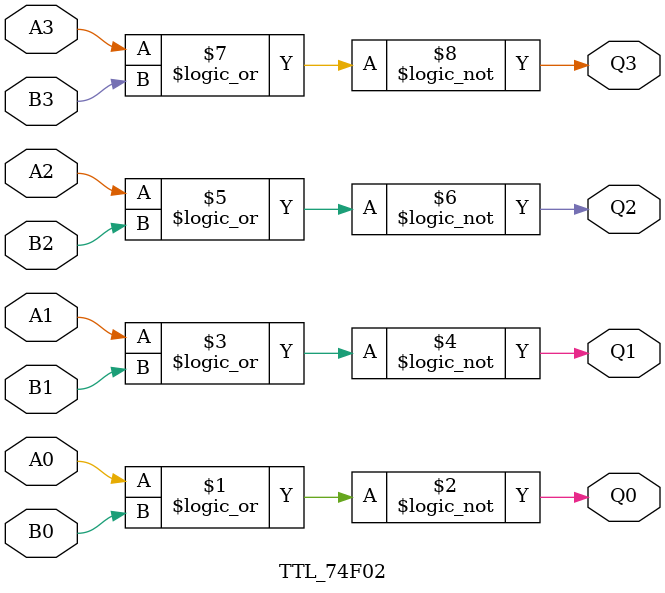
<source format=v>
/*
 * Copyright (C) 2010, Jason S. McMullan. All rights reserved.
 * Author: Jason S. McMullan <jason.mcmullan@gmail.com>
 *
 * This program is free software; you can redistribute it and/or
 * modify it under the terms of the GNU General Public License
 * as published by the Free Software Foundation; either version 2
 * of the License, or (at your option) any later version.
 *
 * This program is distributed in the hope that it will be useful,
 * but WITHOUT ANY WARRANTY; without even the implied warranty of
 * MERCHANTABILITY or FITNESS FOR A PARTICULAR PURPOSE.  See the
 * GNU General Public License for more details.
 *
 * You should have received a copy of the GNU General Public License
 * along with this program; if not, write to the Free Software
 * Foundation, Inc., 51 Franklin Street, Fifth Floor,
 * Boston, MA 02110-1301, USA.
 *
 */

module TTL_74F02 (
	input	A0,
	input	B0,
	output	Q0,
	input	A1,
	input	B1,
	output	Q1,
	input	A2,
	input	B2,
	output	Q2,
	input	A3,
	input	B3,
	output	Q3
);

assign Q0 = !(A0 || B0);
assign Q1 = !(A1 || B1);
assign Q2 = !(A2 || B2);
assign Q3 = !(A3 || B3);

endmodule

</source>
